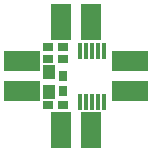
<source format=gts>
G04 DipTrace 2.4.0.2*
%INDRV2605L.gts*%
%MOMM*%
%ADD26R,0.4X1.45*%
%ADD33R,1.75X2.082*%
%ADD34R,1.75X1.65*%
%ADD36R,2.082X1.75*%
%ADD38R,1.65X1.75*%
%ADD39R,0.95X0.75*%
%ADD40R,0.75X0.95*%
%ADD41R,1.05X1.15*%
%FSLAX53Y53*%
G04*
G71*
G90*
G75*
G01*
%LNTopMask*%
%LPD*%
D41*
X12778Y15468D3*
Y13768D3*
D40*
X13978Y15118D3*
Y13818D3*
D39*
X14028Y12618D3*
X12728D3*
D38*
X18898Y13818D3*
Y16358D3*
D36*
X20168Y13818D3*
Y16358D3*
D34*
X16358Y18898D3*
X13818D3*
D33*
X16358Y20168D3*
X13818D3*
D34*
X16358Y11278D3*
X13818D3*
D33*
X16358Y10008D3*
X13818D3*
D38*
X11278Y13818D3*
Y16358D3*
D36*
X10008Y13818D3*
Y16358D3*
D39*
X14028Y16568D3*
X12728D3*
X14028Y17568D3*
X12728D3*
D26*
X17428Y17218D3*
X16928D3*
X16428D3*
X15928D3*
X15428D3*
Y12918D3*
X15928D3*
X16428D3*
X16928D3*
X17428D3*
M02*

</source>
